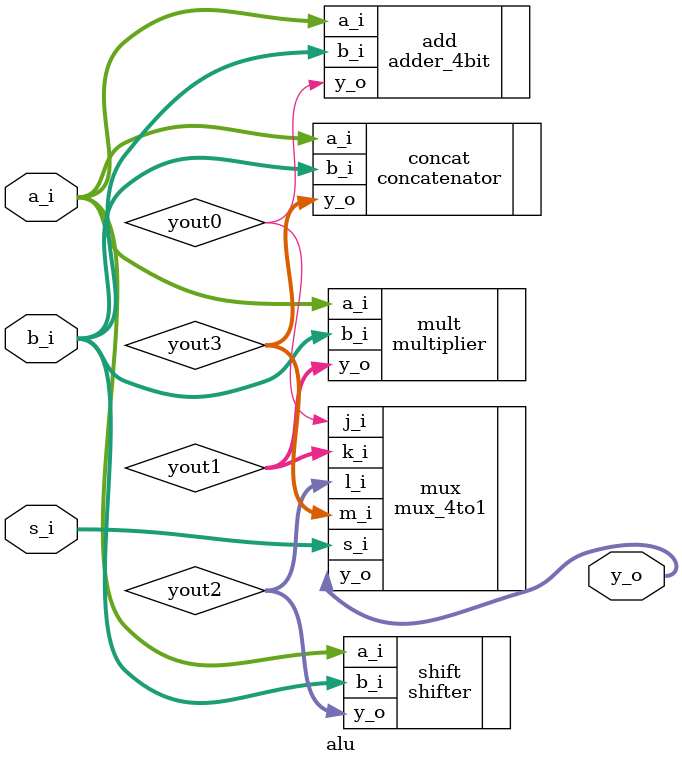
<source format=v>
`timescale 1ns / 1ps

//Verilog ALU Module
module alu(a_i, b_i, s_i, y_o);
    input [3:0] a_i, b_i;
    input [1:0] s_i;
    output [7:0] y_o;
    
    wire [7:0] you0, yout1, yout2, yout3;
      
    adder_4bit add(.a_i(a_i),
                   .b_i(b_i),
                   .y_o(yout0));

    multiplier mult(.a_i(a_i),
                    .b_i(b_i),
                    .y_o(yout1));
    
    shifter shift(.a_i(a_i),
                  .b_i(b_i),
                  .y_o(yout2));           
               
    concatenator concat(.a_i(a_i),
                        .b_i(b_i),
                        .y_o(yout3));                      
                     
    mux_4to1 mux(.j_i(yout0),
                 .k_i(yout1),
                 .l_i(yout2),
                 .m_i(yout3),
                 .s_i(s_i),
                 .y_o(y_o));  
                 
                 
endmodule

</source>
